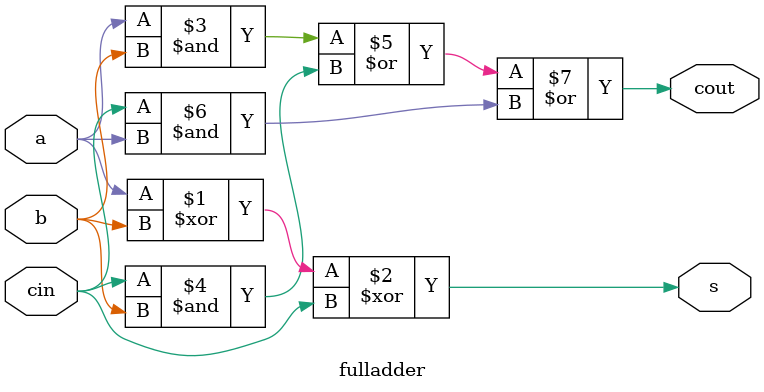
<source format=v>
module part1(a, b, c_in, s, c_out);

//a and b are 4bit inputs
//s is 4bit sum output
//c out is the 4 bit vector of the
//four carry out sums of each FA

	input [3:0] a, b;
	input c_in;
	output [3:0] s, c_out;

	//create four instances of fulladderrrsssssssssssss
	fulladder adder1(a[0], b[0], c_in, s[0], c_out[0]);
	fulladder adder2(a[1], b[1], c_out[0], s[1], c_out[1]);
	fulladder adder3(a[2], b[2], c_out[1], s[2], c_out[2]);
	fulladder adder4(a[3], b[3], c_out[2], s[3], c_out[3]);
	// carry out bit from each instance is being passed to the next
endmodule 


module fulladder (a, b, cin, s, cout);

	input a, b, cin;
	output s, cout;
	
	assign s = a^b^cin; //a XOR b XOR cin
	assign cout = (a&b)|(cin&b)|(cin&a); //expression from lecture notes

endmodule 
</source>
